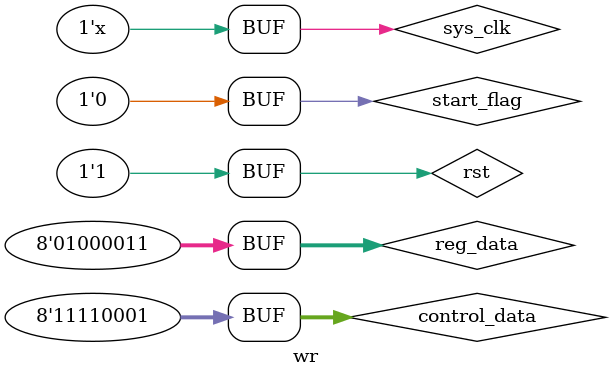
<source format=v>
`timescale 1ns / 1ps


module wr(
    );
    reg   		   sys_clk;
	reg			   rst;
	reg			       start_flag;
	reg [7:0]	      control_data;
	reg [7:0]		      reg_data;	
initial begin
    rst = 0;
    sys_clk = 0;
    control_data = 8'hf1;
    reg_data = 8'h43;
    start_flag = 0;
    #1000
    rst = 1;
    #2000
    start_flag = 1;
    #3000
    start_flag = 0;
end

spi_wr wr_sim(
	.sys_clk(sys_clk)			,		//1MHz
	.wr_start_flag(start_flag)		,		
	.control_data(control_data)	,
	.reg_data(reg_data)		,
	.rst	(rst)			
	
);


always #500 sys_clk = ~sys_clk;
    
endmodule

</source>
